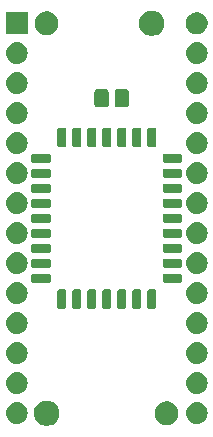
<source format=gts>
G04 #@! TF.GenerationSoftware,KiCad,Pcbnew,(5.1.2-1)-1*
G04 #@! TF.CreationDate,2019-06-26T00:29:29-04:00*
G04 #@! TF.ProjectId,GW28R8128,47573238-5238-4313-9238-2e6b69636164,rev?*
G04 #@! TF.SameCoordinates,Original*
G04 #@! TF.FileFunction,Soldermask,Top*
G04 #@! TF.FilePolarity,Negative*
%FSLAX46Y46*%
G04 Gerber Fmt 4.6, Leading zero omitted, Abs format (unit mm)*
G04 Created by KiCad (PCBNEW (5.1.2-1)-1) date 2019-06-26 00:29:29*
%MOMM*%
%LPD*%
G04 APERTURE LIST*
%ADD10C,0.100000*%
G04 APERTURE END LIST*
D10*
G36*
X43493916Y-52305158D02*
G01*
X43689772Y-52386284D01*
X43689774Y-52386285D01*
X43866037Y-52504060D01*
X44015940Y-52653963D01*
X44133715Y-52830226D01*
X44133716Y-52830228D01*
X44214842Y-53026084D01*
X44256200Y-53234004D01*
X44256200Y-53445996D01*
X44214842Y-53653916D01*
X44197344Y-53696159D01*
X44133717Y-53849771D01*
X44015940Y-54026037D01*
X43866037Y-54175940D01*
X43689774Y-54293715D01*
X43689773Y-54293716D01*
X43689772Y-54293716D01*
X43493916Y-54374842D01*
X43285996Y-54416200D01*
X43074004Y-54416200D01*
X42866084Y-54374842D01*
X42670228Y-54293716D01*
X42670227Y-54293716D01*
X42670226Y-54293715D01*
X42493963Y-54175940D01*
X42344060Y-54026037D01*
X42226283Y-53849771D01*
X42162656Y-53696159D01*
X42145158Y-53653916D01*
X42103800Y-53445996D01*
X42103800Y-53234004D01*
X42145158Y-53026084D01*
X42226284Y-52830228D01*
X42226285Y-52830226D01*
X42344060Y-52653963D01*
X42493963Y-52504060D01*
X42670226Y-52386285D01*
X42670228Y-52386284D01*
X42866084Y-52305158D01*
X43074004Y-52263800D01*
X43285996Y-52263800D01*
X43493916Y-52305158D01*
X43493916Y-52305158D01*
G37*
G36*
X53631689Y-52378429D02*
G01*
X53813678Y-52453811D01*
X53977463Y-52563249D01*
X54116751Y-52702537D01*
X54226189Y-52866322D01*
X54301571Y-53048311D01*
X54340000Y-53241509D01*
X54340000Y-53438491D01*
X54301571Y-53631689D01*
X54226189Y-53813678D01*
X54116751Y-53977463D01*
X53977463Y-54116751D01*
X53813678Y-54226189D01*
X53631689Y-54301571D01*
X53438491Y-54340000D01*
X53241509Y-54340000D01*
X53048311Y-54301571D01*
X52866322Y-54226189D01*
X52702537Y-54116751D01*
X52563249Y-53977463D01*
X52453811Y-53813678D01*
X52378429Y-53631689D01*
X52340000Y-53438491D01*
X52340000Y-53241509D01*
X52378429Y-53048311D01*
X52453811Y-52866322D01*
X52563249Y-52702537D01*
X52702537Y-52563249D01*
X52866322Y-52453811D01*
X53048311Y-52378429D01*
X53241509Y-52340000D01*
X53438491Y-52340000D01*
X53631689Y-52378429D01*
X53631689Y-52378429D01*
G37*
G36*
X56061567Y-52427201D02*
G01*
X56236159Y-52480163D01*
X56397057Y-52566165D01*
X56538091Y-52681909D01*
X56653835Y-52822943D01*
X56739837Y-52983841D01*
X56792799Y-53158433D01*
X56810681Y-53340000D01*
X56792799Y-53521567D01*
X56739837Y-53696159D01*
X56653835Y-53857057D01*
X56538091Y-53998091D01*
X56397057Y-54113835D01*
X56236159Y-54199837D01*
X56061567Y-54252799D01*
X55925500Y-54266200D01*
X55834500Y-54266200D01*
X55698433Y-54252799D01*
X55523841Y-54199837D01*
X55362943Y-54113835D01*
X55221909Y-53998091D01*
X55106165Y-53857057D01*
X55020163Y-53696159D01*
X54967201Y-53521567D01*
X54949319Y-53340000D01*
X54967201Y-53158433D01*
X55020163Y-52983841D01*
X55106165Y-52822943D01*
X55221909Y-52681909D01*
X55362943Y-52566165D01*
X55523841Y-52480163D01*
X55698433Y-52427201D01*
X55834500Y-52413800D01*
X55925500Y-52413800D01*
X56061567Y-52427201D01*
X56061567Y-52427201D01*
G37*
G36*
X40821567Y-52427201D02*
G01*
X40996159Y-52480163D01*
X41157057Y-52566165D01*
X41298091Y-52681909D01*
X41413835Y-52822943D01*
X41499837Y-52983841D01*
X41552799Y-53158433D01*
X41570681Y-53340000D01*
X41552799Y-53521567D01*
X41499837Y-53696159D01*
X41413835Y-53857057D01*
X41298091Y-53998091D01*
X41157057Y-54113835D01*
X40996159Y-54199837D01*
X40821567Y-54252799D01*
X40685500Y-54266200D01*
X40594500Y-54266200D01*
X40458433Y-54252799D01*
X40283841Y-54199837D01*
X40122943Y-54113835D01*
X39981909Y-53998091D01*
X39866165Y-53857057D01*
X39780163Y-53696159D01*
X39727201Y-53521567D01*
X39709319Y-53340000D01*
X39727201Y-53158433D01*
X39780163Y-52983841D01*
X39866165Y-52822943D01*
X39981909Y-52681909D01*
X40122943Y-52566165D01*
X40283841Y-52480163D01*
X40458433Y-52427201D01*
X40594500Y-52413800D01*
X40685500Y-52413800D01*
X40821567Y-52427201D01*
X40821567Y-52427201D01*
G37*
G36*
X56061567Y-49887201D02*
G01*
X56236159Y-49940163D01*
X56397057Y-50026165D01*
X56538091Y-50141909D01*
X56653835Y-50282943D01*
X56739837Y-50443841D01*
X56792799Y-50618433D01*
X56810681Y-50800000D01*
X56792799Y-50981567D01*
X56739837Y-51156159D01*
X56653835Y-51317057D01*
X56538091Y-51458091D01*
X56397057Y-51573835D01*
X56236159Y-51659837D01*
X56061567Y-51712799D01*
X55925500Y-51726200D01*
X55834500Y-51726200D01*
X55698433Y-51712799D01*
X55523841Y-51659837D01*
X55362943Y-51573835D01*
X55221909Y-51458091D01*
X55106165Y-51317057D01*
X55020163Y-51156159D01*
X54967201Y-50981567D01*
X54949319Y-50800000D01*
X54967201Y-50618433D01*
X55020163Y-50443841D01*
X55106165Y-50282943D01*
X55221909Y-50141909D01*
X55362943Y-50026165D01*
X55523841Y-49940163D01*
X55698433Y-49887201D01*
X55834500Y-49873800D01*
X55925500Y-49873800D01*
X56061567Y-49887201D01*
X56061567Y-49887201D01*
G37*
G36*
X40821567Y-49887201D02*
G01*
X40996159Y-49940163D01*
X41157057Y-50026165D01*
X41298091Y-50141909D01*
X41413835Y-50282943D01*
X41499837Y-50443841D01*
X41552799Y-50618433D01*
X41570681Y-50800000D01*
X41552799Y-50981567D01*
X41499837Y-51156159D01*
X41413835Y-51317057D01*
X41298091Y-51458091D01*
X41157057Y-51573835D01*
X40996159Y-51659837D01*
X40821567Y-51712799D01*
X40685500Y-51726200D01*
X40594500Y-51726200D01*
X40458433Y-51712799D01*
X40283841Y-51659837D01*
X40122943Y-51573835D01*
X39981909Y-51458091D01*
X39866165Y-51317057D01*
X39780163Y-51156159D01*
X39727201Y-50981567D01*
X39709319Y-50800000D01*
X39727201Y-50618433D01*
X39780163Y-50443841D01*
X39866165Y-50282943D01*
X39981909Y-50141909D01*
X40122943Y-50026165D01*
X40283841Y-49940163D01*
X40458433Y-49887201D01*
X40594500Y-49873800D01*
X40685500Y-49873800D01*
X40821567Y-49887201D01*
X40821567Y-49887201D01*
G37*
G36*
X56061567Y-47347201D02*
G01*
X56236159Y-47400163D01*
X56397057Y-47486165D01*
X56538091Y-47601909D01*
X56653835Y-47742943D01*
X56739837Y-47903841D01*
X56792799Y-48078433D01*
X56810681Y-48260000D01*
X56792799Y-48441567D01*
X56739837Y-48616159D01*
X56653835Y-48777057D01*
X56538091Y-48918091D01*
X56397057Y-49033835D01*
X56236159Y-49119837D01*
X56061567Y-49172799D01*
X55925500Y-49186200D01*
X55834500Y-49186200D01*
X55698433Y-49172799D01*
X55523841Y-49119837D01*
X55362943Y-49033835D01*
X55221909Y-48918091D01*
X55106165Y-48777057D01*
X55020163Y-48616159D01*
X54967201Y-48441567D01*
X54949319Y-48260000D01*
X54967201Y-48078433D01*
X55020163Y-47903841D01*
X55106165Y-47742943D01*
X55221909Y-47601909D01*
X55362943Y-47486165D01*
X55523841Y-47400163D01*
X55698433Y-47347201D01*
X55834500Y-47333800D01*
X55925500Y-47333800D01*
X56061567Y-47347201D01*
X56061567Y-47347201D01*
G37*
G36*
X40821567Y-47347201D02*
G01*
X40996159Y-47400163D01*
X41157057Y-47486165D01*
X41298091Y-47601909D01*
X41413835Y-47742943D01*
X41499837Y-47903841D01*
X41552799Y-48078433D01*
X41570681Y-48260000D01*
X41552799Y-48441567D01*
X41499837Y-48616159D01*
X41413835Y-48777057D01*
X41298091Y-48918091D01*
X41157057Y-49033835D01*
X40996159Y-49119837D01*
X40821567Y-49172799D01*
X40685500Y-49186200D01*
X40594500Y-49186200D01*
X40458433Y-49172799D01*
X40283841Y-49119837D01*
X40122943Y-49033835D01*
X39981909Y-48918091D01*
X39866165Y-48777057D01*
X39780163Y-48616159D01*
X39727201Y-48441567D01*
X39709319Y-48260000D01*
X39727201Y-48078433D01*
X39780163Y-47903841D01*
X39866165Y-47742943D01*
X39981909Y-47601909D01*
X40122943Y-47486165D01*
X40283841Y-47400163D01*
X40458433Y-47347201D01*
X40594500Y-47333800D01*
X40685500Y-47333800D01*
X40821567Y-47347201D01*
X40821567Y-47347201D01*
G37*
G36*
X56061567Y-44807201D02*
G01*
X56236159Y-44860163D01*
X56397057Y-44946165D01*
X56538091Y-45061909D01*
X56653835Y-45202943D01*
X56739837Y-45363841D01*
X56792799Y-45538433D01*
X56810681Y-45720000D01*
X56792799Y-45901567D01*
X56739837Y-46076159D01*
X56653835Y-46237057D01*
X56538091Y-46378091D01*
X56397057Y-46493835D01*
X56236159Y-46579837D01*
X56061567Y-46632799D01*
X55925500Y-46646200D01*
X55834500Y-46646200D01*
X55698433Y-46632799D01*
X55523841Y-46579837D01*
X55362943Y-46493835D01*
X55221909Y-46378091D01*
X55106165Y-46237057D01*
X55020163Y-46076159D01*
X54967201Y-45901567D01*
X54949319Y-45720000D01*
X54967201Y-45538433D01*
X55020163Y-45363841D01*
X55106165Y-45202943D01*
X55221909Y-45061909D01*
X55362943Y-44946165D01*
X55523841Y-44860163D01*
X55698433Y-44807201D01*
X55834500Y-44793800D01*
X55925500Y-44793800D01*
X56061567Y-44807201D01*
X56061567Y-44807201D01*
G37*
G36*
X40821567Y-44807201D02*
G01*
X40996159Y-44860163D01*
X41157057Y-44946165D01*
X41298091Y-45061909D01*
X41413835Y-45202943D01*
X41499837Y-45363841D01*
X41552799Y-45538433D01*
X41570681Y-45720000D01*
X41552799Y-45901567D01*
X41499837Y-46076159D01*
X41413835Y-46237057D01*
X41298091Y-46378091D01*
X41157057Y-46493835D01*
X40996159Y-46579837D01*
X40821567Y-46632799D01*
X40685500Y-46646200D01*
X40594500Y-46646200D01*
X40458433Y-46632799D01*
X40283841Y-46579837D01*
X40122943Y-46493835D01*
X39981909Y-46378091D01*
X39866165Y-46237057D01*
X39780163Y-46076159D01*
X39727201Y-45901567D01*
X39709319Y-45720000D01*
X39727201Y-45538433D01*
X39780163Y-45363841D01*
X39866165Y-45202943D01*
X39981909Y-45061909D01*
X40122943Y-44946165D01*
X40283841Y-44860163D01*
X40458433Y-44807201D01*
X40594500Y-44793800D01*
X40685500Y-44793800D01*
X40821567Y-44807201D01*
X40821567Y-44807201D01*
G37*
G36*
X48515391Y-42857043D02*
G01*
X48543461Y-42865558D01*
X48569329Y-42879385D01*
X48592005Y-42897995D01*
X48610615Y-42920671D01*
X48624442Y-42946539D01*
X48632957Y-42974609D01*
X48636200Y-43007542D01*
X48636200Y-44327458D01*
X48632957Y-44360391D01*
X48624442Y-44388461D01*
X48610615Y-44414329D01*
X48592005Y-44437005D01*
X48569329Y-44455615D01*
X48543461Y-44469442D01*
X48515391Y-44477957D01*
X48482458Y-44481200D01*
X48037542Y-44481200D01*
X48004609Y-44477957D01*
X47976539Y-44469442D01*
X47950671Y-44455615D01*
X47927995Y-44437005D01*
X47909385Y-44414329D01*
X47895558Y-44388461D01*
X47887043Y-44360391D01*
X47883800Y-44327458D01*
X47883800Y-43007542D01*
X47887043Y-42974609D01*
X47895558Y-42946539D01*
X47909385Y-42920671D01*
X47927995Y-42897995D01*
X47950671Y-42879385D01*
X47976539Y-42865558D01*
X48004609Y-42857043D01*
X48037542Y-42853800D01*
X48482458Y-42853800D01*
X48515391Y-42857043D01*
X48515391Y-42857043D01*
G37*
G36*
X47245391Y-42857043D02*
G01*
X47273461Y-42865558D01*
X47299329Y-42879385D01*
X47322005Y-42897995D01*
X47340615Y-42920671D01*
X47354442Y-42946539D01*
X47362957Y-42974609D01*
X47366200Y-43007542D01*
X47366200Y-44327458D01*
X47362957Y-44360391D01*
X47354442Y-44388461D01*
X47340615Y-44414329D01*
X47322005Y-44437005D01*
X47299329Y-44455615D01*
X47273461Y-44469442D01*
X47245391Y-44477957D01*
X47212458Y-44481200D01*
X46767542Y-44481200D01*
X46734609Y-44477957D01*
X46706539Y-44469442D01*
X46680671Y-44455615D01*
X46657995Y-44437005D01*
X46639385Y-44414329D01*
X46625558Y-44388461D01*
X46617043Y-44360391D01*
X46613800Y-44327458D01*
X46613800Y-43007542D01*
X46617043Y-42974609D01*
X46625558Y-42946539D01*
X46639385Y-42920671D01*
X46657995Y-42897995D01*
X46680671Y-42879385D01*
X46706539Y-42865558D01*
X46734609Y-42857043D01*
X46767542Y-42853800D01*
X47212458Y-42853800D01*
X47245391Y-42857043D01*
X47245391Y-42857043D01*
G37*
G36*
X45975391Y-42857043D02*
G01*
X46003461Y-42865558D01*
X46029329Y-42879385D01*
X46052005Y-42897995D01*
X46070615Y-42920671D01*
X46084442Y-42946539D01*
X46092957Y-42974609D01*
X46096200Y-43007542D01*
X46096200Y-44327458D01*
X46092957Y-44360391D01*
X46084442Y-44388461D01*
X46070615Y-44414329D01*
X46052005Y-44437005D01*
X46029329Y-44455615D01*
X46003461Y-44469442D01*
X45975391Y-44477957D01*
X45942458Y-44481200D01*
X45497542Y-44481200D01*
X45464609Y-44477957D01*
X45436539Y-44469442D01*
X45410671Y-44455615D01*
X45387995Y-44437005D01*
X45369385Y-44414329D01*
X45355558Y-44388461D01*
X45347043Y-44360391D01*
X45343800Y-44327458D01*
X45343800Y-43007542D01*
X45347043Y-42974609D01*
X45355558Y-42946539D01*
X45369385Y-42920671D01*
X45387995Y-42897995D01*
X45410671Y-42879385D01*
X45436539Y-42865558D01*
X45464609Y-42857043D01*
X45497542Y-42853800D01*
X45942458Y-42853800D01*
X45975391Y-42857043D01*
X45975391Y-42857043D01*
G37*
G36*
X44705391Y-42857043D02*
G01*
X44733461Y-42865558D01*
X44759329Y-42879385D01*
X44782005Y-42897995D01*
X44800615Y-42920671D01*
X44814442Y-42946539D01*
X44822957Y-42974609D01*
X44826200Y-43007542D01*
X44826200Y-44327458D01*
X44822957Y-44360391D01*
X44814442Y-44388461D01*
X44800615Y-44414329D01*
X44782005Y-44437005D01*
X44759329Y-44455615D01*
X44733461Y-44469442D01*
X44705391Y-44477957D01*
X44672458Y-44481200D01*
X44227542Y-44481200D01*
X44194609Y-44477957D01*
X44166539Y-44469442D01*
X44140671Y-44455615D01*
X44117995Y-44437005D01*
X44099385Y-44414329D01*
X44085558Y-44388461D01*
X44077043Y-44360391D01*
X44073800Y-44327458D01*
X44073800Y-43007542D01*
X44077043Y-42974609D01*
X44085558Y-42946539D01*
X44099385Y-42920671D01*
X44117995Y-42897995D01*
X44140671Y-42879385D01*
X44166539Y-42865558D01*
X44194609Y-42857043D01*
X44227542Y-42853800D01*
X44672458Y-42853800D01*
X44705391Y-42857043D01*
X44705391Y-42857043D01*
G37*
G36*
X49785391Y-42857043D02*
G01*
X49813461Y-42865558D01*
X49839329Y-42879385D01*
X49862005Y-42897995D01*
X49880615Y-42920671D01*
X49894442Y-42946539D01*
X49902957Y-42974609D01*
X49906200Y-43007542D01*
X49906200Y-44327458D01*
X49902957Y-44360391D01*
X49894442Y-44388461D01*
X49880615Y-44414329D01*
X49862005Y-44437005D01*
X49839329Y-44455615D01*
X49813461Y-44469442D01*
X49785391Y-44477957D01*
X49752458Y-44481200D01*
X49307542Y-44481200D01*
X49274609Y-44477957D01*
X49246539Y-44469442D01*
X49220671Y-44455615D01*
X49197995Y-44437005D01*
X49179385Y-44414329D01*
X49165558Y-44388461D01*
X49157043Y-44360391D01*
X49153800Y-44327458D01*
X49153800Y-43007542D01*
X49157043Y-42974609D01*
X49165558Y-42946539D01*
X49179385Y-42920671D01*
X49197995Y-42897995D01*
X49220671Y-42879385D01*
X49246539Y-42865558D01*
X49274609Y-42857043D01*
X49307542Y-42853800D01*
X49752458Y-42853800D01*
X49785391Y-42857043D01*
X49785391Y-42857043D01*
G37*
G36*
X52325391Y-42857043D02*
G01*
X52353461Y-42865558D01*
X52379329Y-42879385D01*
X52402005Y-42897995D01*
X52420615Y-42920671D01*
X52434442Y-42946539D01*
X52442957Y-42974609D01*
X52446200Y-43007542D01*
X52446200Y-44327458D01*
X52442957Y-44360391D01*
X52434442Y-44388461D01*
X52420615Y-44414329D01*
X52402005Y-44437005D01*
X52379329Y-44455615D01*
X52353461Y-44469442D01*
X52325391Y-44477957D01*
X52292458Y-44481200D01*
X51847542Y-44481200D01*
X51814609Y-44477957D01*
X51786539Y-44469442D01*
X51760671Y-44455615D01*
X51737995Y-44437005D01*
X51719385Y-44414329D01*
X51705558Y-44388461D01*
X51697043Y-44360391D01*
X51693800Y-44327458D01*
X51693800Y-43007542D01*
X51697043Y-42974609D01*
X51705558Y-42946539D01*
X51719385Y-42920671D01*
X51737995Y-42897995D01*
X51760671Y-42879385D01*
X51786539Y-42865558D01*
X51814609Y-42857043D01*
X51847542Y-42853800D01*
X52292458Y-42853800D01*
X52325391Y-42857043D01*
X52325391Y-42857043D01*
G37*
G36*
X51055391Y-42857043D02*
G01*
X51083461Y-42865558D01*
X51109329Y-42879385D01*
X51132005Y-42897995D01*
X51150615Y-42920671D01*
X51164442Y-42946539D01*
X51172957Y-42974609D01*
X51176200Y-43007542D01*
X51176200Y-44327458D01*
X51172957Y-44360391D01*
X51164442Y-44388461D01*
X51150615Y-44414329D01*
X51132005Y-44437005D01*
X51109329Y-44455615D01*
X51083461Y-44469442D01*
X51055391Y-44477957D01*
X51022458Y-44481200D01*
X50577542Y-44481200D01*
X50544609Y-44477957D01*
X50516539Y-44469442D01*
X50490671Y-44455615D01*
X50467995Y-44437005D01*
X50449385Y-44414329D01*
X50435558Y-44388461D01*
X50427043Y-44360391D01*
X50423800Y-44327458D01*
X50423800Y-43007542D01*
X50427043Y-42974609D01*
X50435558Y-42946539D01*
X50449385Y-42920671D01*
X50467995Y-42897995D01*
X50490671Y-42879385D01*
X50516539Y-42865558D01*
X50544609Y-42857043D01*
X50577542Y-42853800D01*
X51022458Y-42853800D01*
X51055391Y-42857043D01*
X51055391Y-42857043D01*
G37*
G36*
X56061567Y-42267201D02*
G01*
X56236159Y-42320163D01*
X56397057Y-42406165D01*
X56538091Y-42521909D01*
X56653835Y-42662943D01*
X56739837Y-42823841D01*
X56792799Y-42998433D01*
X56810681Y-43180000D01*
X56792799Y-43361567D01*
X56739837Y-43536159D01*
X56653835Y-43697057D01*
X56538091Y-43838091D01*
X56397057Y-43953835D01*
X56236159Y-44039837D01*
X56061567Y-44092799D01*
X55925500Y-44106200D01*
X55834500Y-44106200D01*
X55698433Y-44092799D01*
X55523841Y-44039837D01*
X55362943Y-43953835D01*
X55221909Y-43838091D01*
X55106165Y-43697057D01*
X55020163Y-43536159D01*
X54967201Y-43361567D01*
X54949319Y-43180000D01*
X54967201Y-42998433D01*
X55020163Y-42823841D01*
X55106165Y-42662943D01*
X55221909Y-42521909D01*
X55362943Y-42406165D01*
X55523841Y-42320163D01*
X55698433Y-42267201D01*
X55834500Y-42253800D01*
X55925500Y-42253800D01*
X56061567Y-42267201D01*
X56061567Y-42267201D01*
G37*
G36*
X40821567Y-42267201D02*
G01*
X40996159Y-42320163D01*
X41157057Y-42406165D01*
X41298091Y-42521909D01*
X41413835Y-42662943D01*
X41499837Y-42823841D01*
X41552799Y-42998433D01*
X41570681Y-43180000D01*
X41552799Y-43361567D01*
X41499837Y-43536159D01*
X41413835Y-43697057D01*
X41298091Y-43838091D01*
X41157057Y-43953835D01*
X40996159Y-44039837D01*
X40821567Y-44092799D01*
X40685500Y-44106200D01*
X40594500Y-44106200D01*
X40458433Y-44092799D01*
X40283841Y-44039837D01*
X40122943Y-43953835D01*
X39981909Y-43838091D01*
X39866165Y-43697057D01*
X39780163Y-43536159D01*
X39727201Y-43361567D01*
X39709319Y-43180000D01*
X39727201Y-42998433D01*
X39780163Y-42823841D01*
X39866165Y-42662943D01*
X39981909Y-42521909D01*
X40122943Y-42406165D01*
X40283841Y-42320163D01*
X40458433Y-42267201D01*
X40594500Y-42253800D01*
X40685500Y-42253800D01*
X40821567Y-42267201D01*
X40821567Y-42267201D01*
G37*
G36*
X54515391Y-41537043D02*
G01*
X54543461Y-41545558D01*
X54569329Y-41559385D01*
X54592005Y-41577995D01*
X54610615Y-41600671D01*
X54624442Y-41626539D01*
X54632957Y-41654609D01*
X54636200Y-41687542D01*
X54636200Y-42132458D01*
X54632957Y-42165391D01*
X54624442Y-42193461D01*
X54610615Y-42219329D01*
X54592005Y-42242005D01*
X54569329Y-42260615D01*
X54543461Y-42274442D01*
X54515391Y-42282957D01*
X54482458Y-42286200D01*
X53162542Y-42286200D01*
X53129609Y-42282957D01*
X53101539Y-42274442D01*
X53075671Y-42260615D01*
X53052995Y-42242005D01*
X53034385Y-42219329D01*
X53020558Y-42193461D01*
X53012043Y-42165391D01*
X53008800Y-42132458D01*
X53008800Y-41687542D01*
X53012043Y-41654609D01*
X53020558Y-41626539D01*
X53034385Y-41600671D01*
X53052995Y-41577995D01*
X53075671Y-41559385D01*
X53101539Y-41545558D01*
X53129609Y-41537043D01*
X53162542Y-41533800D01*
X54482458Y-41533800D01*
X54515391Y-41537043D01*
X54515391Y-41537043D01*
G37*
G36*
X43390391Y-41537043D02*
G01*
X43418461Y-41545558D01*
X43444329Y-41559385D01*
X43467005Y-41577995D01*
X43485615Y-41600671D01*
X43499442Y-41626539D01*
X43507957Y-41654609D01*
X43511200Y-41687542D01*
X43511200Y-42132458D01*
X43507957Y-42165391D01*
X43499442Y-42193461D01*
X43485615Y-42219329D01*
X43467005Y-42242005D01*
X43444329Y-42260615D01*
X43418461Y-42274442D01*
X43390391Y-42282957D01*
X43357458Y-42286200D01*
X42037542Y-42286200D01*
X42004609Y-42282957D01*
X41976539Y-42274442D01*
X41950671Y-42260615D01*
X41927995Y-42242005D01*
X41909385Y-42219329D01*
X41895558Y-42193461D01*
X41887043Y-42165391D01*
X41883800Y-42132458D01*
X41883800Y-41687542D01*
X41887043Y-41654609D01*
X41895558Y-41626539D01*
X41909385Y-41600671D01*
X41927995Y-41577995D01*
X41950671Y-41559385D01*
X41976539Y-41545558D01*
X42004609Y-41537043D01*
X42037542Y-41533800D01*
X43357458Y-41533800D01*
X43390391Y-41537043D01*
X43390391Y-41537043D01*
G37*
G36*
X40821567Y-39727201D02*
G01*
X40996159Y-39780163D01*
X41157057Y-39866165D01*
X41298091Y-39981909D01*
X41413835Y-40122943D01*
X41499837Y-40283841D01*
X41552799Y-40458433D01*
X41570681Y-40640000D01*
X41552799Y-40821567D01*
X41499837Y-40996159D01*
X41413835Y-41157057D01*
X41298091Y-41298091D01*
X41157057Y-41413835D01*
X40996159Y-41499837D01*
X40821567Y-41552799D01*
X40685500Y-41566200D01*
X40594500Y-41566200D01*
X40458433Y-41552799D01*
X40283841Y-41499837D01*
X40122943Y-41413835D01*
X39981909Y-41298091D01*
X39866165Y-41157057D01*
X39780163Y-40996159D01*
X39727201Y-40821567D01*
X39709319Y-40640000D01*
X39727201Y-40458433D01*
X39780163Y-40283841D01*
X39866165Y-40122943D01*
X39981909Y-39981909D01*
X40122943Y-39866165D01*
X40283841Y-39780163D01*
X40458433Y-39727201D01*
X40594500Y-39713800D01*
X40685500Y-39713800D01*
X40821567Y-39727201D01*
X40821567Y-39727201D01*
G37*
G36*
X56061567Y-39727201D02*
G01*
X56236159Y-39780163D01*
X56397057Y-39866165D01*
X56538091Y-39981909D01*
X56653835Y-40122943D01*
X56739837Y-40283841D01*
X56792799Y-40458433D01*
X56810681Y-40640000D01*
X56792799Y-40821567D01*
X56739837Y-40996159D01*
X56653835Y-41157057D01*
X56538091Y-41298091D01*
X56397057Y-41413835D01*
X56236159Y-41499837D01*
X56061567Y-41552799D01*
X55925500Y-41566200D01*
X55834500Y-41566200D01*
X55698433Y-41552799D01*
X55523841Y-41499837D01*
X55362943Y-41413835D01*
X55221909Y-41298091D01*
X55106165Y-41157057D01*
X55020163Y-40996159D01*
X54967201Y-40821567D01*
X54949319Y-40640000D01*
X54967201Y-40458433D01*
X55020163Y-40283841D01*
X55106165Y-40122943D01*
X55221909Y-39981909D01*
X55362943Y-39866165D01*
X55523841Y-39780163D01*
X55698433Y-39727201D01*
X55834500Y-39713800D01*
X55925500Y-39713800D01*
X56061567Y-39727201D01*
X56061567Y-39727201D01*
G37*
G36*
X43390391Y-40267043D02*
G01*
X43418461Y-40275558D01*
X43444329Y-40289385D01*
X43467005Y-40307995D01*
X43485615Y-40330671D01*
X43499442Y-40356539D01*
X43507957Y-40384609D01*
X43511200Y-40417542D01*
X43511200Y-40862458D01*
X43507957Y-40895391D01*
X43499442Y-40923461D01*
X43485615Y-40949329D01*
X43467005Y-40972005D01*
X43444329Y-40990615D01*
X43418461Y-41004442D01*
X43390391Y-41012957D01*
X43357458Y-41016200D01*
X42037542Y-41016200D01*
X42004609Y-41012957D01*
X41976539Y-41004442D01*
X41950671Y-40990615D01*
X41927995Y-40972005D01*
X41909385Y-40949329D01*
X41895558Y-40923461D01*
X41887043Y-40895391D01*
X41883800Y-40862458D01*
X41883800Y-40417542D01*
X41887043Y-40384609D01*
X41895558Y-40356539D01*
X41909385Y-40330671D01*
X41927995Y-40307995D01*
X41950671Y-40289385D01*
X41976539Y-40275558D01*
X42004609Y-40267043D01*
X42037542Y-40263800D01*
X43357458Y-40263800D01*
X43390391Y-40267043D01*
X43390391Y-40267043D01*
G37*
G36*
X54515391Y-40267043D02*
G01*
X54543461Y-40275558D01*
X54569329Y-40289385D01*
X54592005Y-40307995D01*
X54610615Y-40330671D01*
X54624442Y-40356539D01*
X54632957Y-40384609D01*
X54636200Y-40417542D01*
X54636200Y-40862458D01*
X54632957Y-40895391D01*
X54624442Y-40923461D01*
X54610615Y-40949329D01*
X54592005Y-40972005D01*
X54569329Y-40990615D01*
X54543461Y-41004442D01*
X54515391Y-41012957D01*
X54482458Y-41016200D01*
X53162542Y-41016200D01*
X53129609Y-41012957D01*
X53101539Y-41004442D01*
X53075671Y-40990615D01*
X53052995Y-40972005D01*
X53034385Y-40949329D01*
X53020558Y-40923461D01*
X53012043Y-40895391D01*
X53008800Y-40862458D01*
X53008800Y-40417542D01*
X53012043Y-40384609D01*
X53020558Y-40356539D01*
X53034385Y-40330671D01*
X53052995Y-40307995D01*
X53075671Y-40289385D01*
X53101539Y-40275558D01*
X53129609Y-40267043D01*
X53162542Y-40263800D01*
X54482458Y-40263800D01*
X54515391Y-40267043D01*
X54515391Y-40267043D01*
G37*
G36*
X43390391Y-38997043D02*
G01*
X43418461Y-39005558D01*
X43444329Y-39019385D01*
X43467005Y-39037995D01*
X43485615Y-39060671D01*
X43499442Y-39086539D01*
X43507957Y-39114609D01*
X43511200Y-39147542D01*
X43511200Y-39592458D01*
X43507957Y-39625391D01*
X43499442Y-39653461D01*
X43485615Y-39679329D01*
X43467005Y-39702005D01*
X43444329Y-39720615D01*
X43418461Y-39734442D01*
X43390391Y-39742957D01*
X43357458Y-39746200D01*
X42037542Y-39746200D01*
X42004609Y-39742957D01*
X41976539Y-39734442D01*
X41950671Y-39720615D01*
X41927995Y-39702005D01*
X41909385Y-39679329D01*
X41895558Y-39653461D01*
X41887043Y-39625391D01*
X41883800Y-39592458D01*
X41883800Y-39147542D01*
X41887043Y-39114609D01*
X41895558Y-39086539D01*
X41909385Y-39060671D01*
X41927995Y-39037995D01*
X41950671Y-39019385D01*
X41976539Y-39005558D01*
X42004609Y-38997043D01*
X42037542Y-38993800D01*
X43357458Y-38993800D01*
X43390391Y-38997043D01*
X43390391Y-38997043D01*
G37*
G36*
X54515391Y-38997043D02*
G01*
X54543461Y-39005558D01*
X54569329Y-39019385D01*
X54592005Y-39037995D01*
X54610615Y-39060671D01*
X54624442Y-39086539D01*
X54632957Y-39114609D01*
X54636200Y-39147542D01*
X54636200Y-39592458D01*
X54632957Y-39625391D01*
X54624442Y-39653461D01*
X54610615Y-39679329D01*
X54592005Y-39702005D01*
X54569329Y-39720615D01*
X54543461Y-39734442D01*
X54515391Y-39742957D01*
X54482458Y-39746200D01*
X53162542Y-39746200D01*
X53129609Y-39742957D01*
X53101539Y-39734442D01*
X53075671Y-39720615D01*
X53052995Y-39702005D01*
X53034385Y-39679329D01*
X53020558Y-39653461D01*
X53012043Y-39625391D01*
X53008800Y-39592458D01*
X53008800Y-39147542D01*
X53012043Y-39114609D01*
X53020558Y-39086539D01*
X53034385Y-39060671D01*
X53052995Y-39037995D01*
X53075671Y-39019385D01*
X53101539Y-39005558D01*
X53129609Y-38997043D01*
X53162542Y-38993800D01*
X54482458Y-38993800D01*
X54515391Y-38997043D01*
X54515391Y-38997043D01*
G37*
G36*
X40821567Y-37187201D02*
G01*
X40996159Y-37240163D01*
X41157057Y-37326165D01*
X41298091Y-37441909D01*
X41413835Y-37582943D01*
X41499837Y-37743841D01*
X41552799Y-37918433D01*
X41570681Y-38100000D01*
X41552799Y-38281567D01*
X41499837Y-38456159D01*
X41413835Y-38617057D01*
X41298091Y-38758091D01*
X41157057Y-38873835D01*
X40996159Y-38959837D01*
X40821567Y-39012799D01*
X40685500Y-39026200D01*
X40594500Y-39026200D01*
X40458433Y-39012799D01*
X40283841Y-38959837D01*
X40122943Y-38873835D01*
X39981909Y-38758091D01*
X39866165Y-38617057D01*
X39780163Y-38456159D01*
X39727201Y-38281567D01*
X39709319Y-38100000D01*
X39727201Y-37918433D01*
X39780163Y-37743841D01*
X39866165Y-37582943D01*
X39981909Y-37441909D01*
X40122943Y-37326165D01*
X40283841Y-37240163D01*
X40458433Y-37187201D01*
X40594500Y-37173800D01*
X40685500Y-37173800D01*
X40821567Y-37187201D01*
X40821567Y-37187201D01*
G37*
G36*
X56061567Y-37187201D02*
G01*
X56236159Y-37240163D01*
X56397057Y-37326165D01*
X56538091Y-37441909D01*
X56653835Y-37582943D01*
X56739837Y-37743841D01*
X56792799Y-37918433D01*
X56810681Y-38100000D01*
X56792799Y-38281567D01*
X56739837Y-38456159D01*
X56653835Y-38617057D01*
X56538091Y-38758091D01*
X56397057Y-38873835D01*
X56236159Y-38959837D01*
X56061567Y-39012799D01*
X55925500Y-39026200D01*
X55834500Y-39026200D01*
X55698433Y-39012799D01*
X55523841Y-38959837D01*
X55362943Y-38873835D01*
X55221909Y-38758091D01*
X55106165Y-38617057D01*
X55020163Y-38456159D01*
X54967201Y-38281567D01*
X54949319Y-38100000D01*
X54967201Y-37918433D01*
X55020163Y-37743841D01*
X55106165Y-37582943D01*
X55221909Y-37441909D01*
X55362943Y-37326165D01*
X55523841Y-37240163D01*
X55698433Y-37187201D01*
X55834500Y-37173800D01*
X55925500Y-37173800D01*
X56061567Y-37187201D01*
X56061567Y-37187201D01*
G37*
G36*
X54515391Y-37727043D02*
G01*
X54543461Y-37735558D01*
X54569329Y-37749385D01*
X54592005Y-37767995D01*
X54610615Y-37790671D01*
X54624442Y-37816539D01*
X54632957Y-37844609D01*
X54636200Y-37877542D01*
X54636200Y-38322458D01*
X54632957Y-38355391D01*
X54624442Y-38383461D01*
X54610615Y-38409329D01*
X54592005Y-38432005D01*
X54569329Y-38450615D01*
X54543461Y-38464442D01*
X54515391Y-38472957D01*
X54482458Y-38476200D01*
X53162542Y-38476200D01*
X53129609Y-38472957D01*
X53101539Y-38464442D01*
X53075671Y-38450615D01*
X53052995Y-38432005D01*
X53034385Y-38409329D01*
X53020558Y-38383461D01*
X53012043Y-38355391D01*
X53008800Y-38322458D01*
X53008800Y-37877542D01*
X53012043Y-37844609D01*
X53020558Y-37816539D01*
X53034385Y-37790671D01*
X53052995Y-37767995D01*
X53075671Y-37749385D01*
X53101539Y-37735558D01*
X53129609Y-37727043D01*
X53162542Y-37723800D01*
X54482458Y-37723800D01*
X54515391Y-37727043D01*
X54515391Y-37727043D01*
G37*
G36*
X43390391Y-37727043D02*
G01*
X43418461Y-37735558D01*
X43444329Y-37749385D01*
X43467005Y-37767995D01*
X43485615Y-37790671D01*
X43499442Y-37816539D01*
X43507957Y-37844609D01*
X43511200Y-37877542D01*
X43511200Y-38322458D01*
X43507957Y-38355391D01*
X43499442Y-38383461D01*
X43485615Y-38409329D01*
X43467005Y-38432005D01*
X43444329Y-38450615D01*
X43418461Y-38464442D01*
X43390391Y-38472957D01*
X43357458Y-38476200D01*
X42037542Y-38476200D01*
X42004609Y-38472957D01*
X41976539Y-38464442D01*
X41950671Y-38450615D01*
X41927995Y-38432005D01*
X41909385Y-38409329D01*
X41895558Y-38383461D01*
X41887043Y-38355391D01*
X41883800Y-38322458D01*
X41883800Y-37877542D01*
X41887043Y-37844609D01*
X41895558Y-37816539D01*
X41909385Y-37790671D01*
X41927995Y-37767995D01*
X41950671Y-37749385D01*
X41976539Y-37735558D01*
X42004609Y-37727043D01*
X42037542Y-37723800D01*
X43357458Y-37723800D01*
X43390391Y-37727043D01*
X43390391Y-37727043D01*
G37*
G36*
X54515391Y-36457043D02*
G01*
X54543461Y-36465558D01*
X54569329Y-36479385D01*
X54592005Y-36497995D01*
X54610615Y-36520671D01*
X54624442Y-36546539D01*
X54632957Y-36574609D01*
X54636200Y-36607542D01*
X54636200Y-37052458D01*
X54632957Y-37085391D01*
X54624442Y-37113461D01*
X54610615Y-37139329D01*
X54592005Y-37162005D01*
X54569329Y-37180615D01*
X54543461Y-37194442D01*
X54515391Y-37202957D01*
X54482458Y-37206200D01*
X53162542Y-37206200D01*
X53129609Y-37202957D01*
X53101539Y-37194442D01*
X53075671Y-37180615D01*
X53052995Y-37162005D01*
X53034385Y-37139329D01*
X53020558Y-37113461D01*
X53012043Y-37085391D01*
X53008800Y-37052458D01*
X53008800Y-36607542D01*
X53012043Y-36574609D01*
X53020558Y-36546539D01*
X53034385Y-36520671D01*
X53052995Y-36497995D01*
X53075671Y-36479385D01*
X53101539Y-36465558D01*
X53129609Y-36457043D01*
X53162542Y-36453800D01*
X54482458Y-36453800D01*
X54515391Y-36457043D01*
X54515391Y-36457043D01*
G37*
G36*
X43390391Y-36457043D02*
G01*
X43418461Y-36465558D01*
X43444329Y-36479385D01*
X43467005Y-36497995D01*
X43485615Y-36520671D01*
X43499442Y-36546539D01*
X43507957Y-36574609D01*
X43511200Y-36607542D01*
X43511200Y-37052458D01*
X43507957Y-37085391D01*
X43499442Y-37113461D01*
X43485615Y-37139329D01*
X43467005Y-37162005D01*
X43444329Y-37180615D01*
X43418461Y-37194442D01*
X43390391Y-37202957D01*
X43357458Y-37206200D01*
X42037542Y-37206200D01*
X42004609Y-37202957D01*
X41976539Y-37194442D01*
X41950671Y-37180615D01*
X41927995Y-37162005D01*
X41909385Y-37139329D01*
X41895558Y-37113461D01*
X41887043Y-37085391D01*
X41883800Y-37052458D01*
X41883800Y-36607542D01*
X41887043Y-36574609D01*
X41895558Y-36546539D01*
X41909385Y-36520671D01*
X41927995Y-36497995D01*
X41950671Y-36479385D01*
X41976539Y-36465558D01*
X42004609Y-36457043D01*
X42037542Y-36453800D01*
X43357458Y-36453800D01*
X43390391Y-36457043D01*
X43390391Y-36457043D01*
G37*
G36*
X40821567Y-34647201D02*
G01*
X40996159Y-34700163D01*
X41157057Y-34786165D01*
X41298091Y-34901909D01*
X41413835Y-35042943D01*
X41499837Y-35203841D01*
X41552799Y-35378433D01*
X41570681Y-35560000D01*
X41552799Y-35741567D01*
X41499837Y-35916159D01*
X41413835Y-36077057D01*
X41298091Y-36218091D01*
X41157057Y-36333835D01*
X40996159Y-36419837D01*
X40821567Y-36472799D01*
X40685500Y-36486200D01*
X40594500Y-36486200D01*
X40458433Y-36472799D01*
X40283841Y-36419837D01*
X40122943Y-36333835D01*
X39981909Y-36218091D01*
X39866165Y-36077057D01*
X39780163Y-35916159D01*
X39727201Y-35741567D01*
X39709319Y-35560000D01*
X39727201Y-35378433D01*
X39780163Y-35203841D01*
X39866165Y-35042943D01*
X39981909Y-34901909D01*
X40122943Y-34786165D01*
X40283841Y-34700163D01*
X40458433Y-34647201D01*
X40594500Y-34633800D01*
X40685500Y-34633800D01*
X40821567Y-34647201D01*
X40821567Y-34647201D01*
G37*
G36*
X56061567Y-34647201D02*
G01*
X56236159Y-34700163D01*
X56397057Y-34786165D01*
X56538091Y-34901909D01*
X56653835Y-35042943D01*
X56739837Y-35203841D01*
X56792799Y-35378433D01*
X56810681Y-35560000D01*
X56792799Y-35741567D01*
X56739837Y-35916159D01*
X56653835Y-36077057D01*
X56538091Y-36218091D01*
X56397057Y-36333835D01*
X56236159Y-36419837D01*
X56061567Y-36472799D01*
X55925500Y-36486200D01*
X55834500Y-36486200D01*
X55698433Y-36472799D01*
X55523841Y-36419837D01*
X55362943Y-36333835D01*
X55221909Y-36218091D01*
X55106165Y-36077057D01*
X55020163Y-35916159D01*
X54967201Y-35741567D01*
X54949319Y-35560000D01*
X54967201Y-35378433D01*
X55020163Y-35203841D01*
X55106165Y-35042943D01*
X55221909Y-34901909D01*
X55362943Y-34786165D01*
X55523841Y-34700163D01*
X55698433Y-34647201D01*
X55834500Y-34633800D01*
X55925500Y-34633800D01*
X56061567Y-34647201D01*
X56061567Y-34647201D01*
G37*
G36*
X54515391Y-35187043D02*
G01*
X54543461Y-35195558D01*
X54569329Y-35209385D01*
X54592005Y-35227995D01*
X54610615Y-35250671D01*
X54624442Y-35276539D01*
X54632957Y-35304609D01*
X54636200Y-35337542D01*
X54636200Y-35782458D01*
X54632957Y-35815391D01*
X54624442Y-35843461D01*
X54610615Y-35869329D01*
X54592005Y-35892005D01*
X54569329Y-35910615D01*
X54543461Y-35924442D01*
X54515391Y-35932957D01*
X54482458Y-35936200D01*
X53162542Y-35936200D01*
X53129609Y-35932957D01*
X53101539Y-35924442D01*
X53075671Y-35910615D01*
X53052995Y-35892005D01*
X53034385Y-35869329D01*
X53020558Y-35843461D01*
X53012043Y-35815391D01*
X53008800Y-35782458D01*
X53008800Y-35337542D01*
X53012043Y-35304609D01*
X53020558Y-35276539D01*
X53034385Y-35250671D01*
X53052995Y-35227995D01*
X53075671Y-35209385D01*
X53101539Y-35195558D01*
X53129609Y-35187043D01*
X53162542Y-35183800D01*
X54482458Y-35183800D01*
X54515391Y-35187043D01*
X54515391Y-35187043D01*
G37*
G36*
X43390391Y-35187043D02*
G01*
X43418461Y-35195558D01*
X43444329Y-35209385D01*
X43467005Y-35227995D01*
X43485615Y-35250671D01*
X43499442Y-35276539D01*
X43507957Y-35304609D01*
X43511200Y-35337542D01*
X43511200Y-35782458D01*
X43507957Y-35815391D01*
X43499442Y-35843461D01*
X43485615Y-35869329D01*
X43467005Y-35892005D01*
X43444329Y-35910615D01*
X43418461Y-35924442D01*
X43390391Y-35932957D01*
X43357458Y-35936200D01*
X42037542Y-35936200D01*
X42004609Y-35932957D01*
X41976539Y-35924442D01*
X41950671Y-35910615D01*
X41927995Y-35892005D01*
X41909385Y-35869329D01*
X41895558Y-35843461D01*
X41887043Y-35815391D01*
X41883800Y-35782458D01*
X41883800Y-35337542D01*
X41887043Y-35304609D01*
X41895558Y-35276539D01*
X41909385Y-35250671D01*
X41927995Y-35227995D01*
X41950671Y-35209385D01*
X41976539Y-35195558D01*
X42004609Y-35187043D01*
X42037542Y-35183800D01*
X43357458Y-35183800D01*
X43390391Y-35187043D01*
X43390391Y-35187043D01*
G37*
G36*
X54515391Y-33917043D02*
G01*
X54543461Y-33925558D01*
X54569329Y-33939385D01*
X54592005Y-33957995D01*
X54610615Y-33980671D01*
X54624442Y-34006539D01*
X54632957Y-34034609D01*
X54636200Y-34067542D01*
X54636200Y-34512458D01*
X54632957Y-34545391D01*
X54624442Y-34573461D01*
X54610615Y-34599329D01*
X54592005Y-34622005D01*
X54569329Y-34640615D01*
X54543461Y-34654442D01*
X54515391Y-34662957D01*
X54482458Y-34666200D01*
X53162542Y-34666200D01*
X53129609Y-34662957D01*
X53101539Y-34654442D01*
X53075671Y-34640615D01*
X53052995Y-34622005D01*
X53034385Y-34599329D01*
X53020558Y-34573461D01*
X53012043Y-34545391D01*
X53008800Y-34512458D01*
X53008800Y-34067542D01*
X53012043Y-34034609D01*
X53020558Y-34006539D01*
X53034385Y-33980671D01*
X53052995Y-33957995D01*
X53075671Y-33939385D01*
X53101539Y-33925558D01*
X53129609Y-33917043D01*
X53162542Y-33913800D01*
X54482458Y-33913800D01*
X54515391Y-33917043D01*
X54515391Y-33917043D01*
G37*
G36*
X43390391Y-33917043D02*
G01*
X43418461Y-33925558D01*
X43444329Y-33939385D01*
X43467005Y-33957995D01*
X43485615Y-33980671D01*
X43499442Y-34006539D01*
X43507957Y-34034609D01*
X43511200Y-34067542D01*
X43511200Y-34512458D01*
X43507957Y-34545391D01*
X43499442Y-34573461D01*
X43485615Y-34599329D01*
X43467005Y-34622005D01*
X43444329Y-34640615D01*
X43418461Y-34654442D01*
X43390391Y-34662957D01*
X43357458Y-34666200D01*
X42037542Y-34666200D01*
X42004609Y-34662957D01*
X41976539Y-34654442D01*
X41950671Y-34640615D01*
X41927995Y-34622005D01*
X41909385Y-34599329D01*
X41895558Y-34573461D01*
X41887043Y-34545391D01*
X41883800Y-34512458D01*
X41883800Y-34067542D01*
X41887043Y-34034609D01*
X41895558Y-34006539D01*
X41909385Y-33980671D01*
X41927995Y-33957995D01*
X41950671Y-33939385D01*
X41976539Y-33925558D01*
X42004609Y-33917043D01*
X42037542Y-33913800D01*
X43357458Y-33913800D01*
X43390391Y-33917043D01*
X43390391Y-33917043D01*
G37*
G36*
X56061567Y-32107201D02*
G01*
X56236159Y-32160163D01*
X56397057Y-32246165D01*
X56538091Y-32361909D01*
X56653835Y-32502943D01*
X56739837Y-32663841D01*
X56792799Y-32838433D01*
X56810681Y-33020000D01*
X56792799Y-33201567D01*
X56739837Y-33376159D01*
X56653835Y-33537057D01*
X56538091Y-33678091D01*
X56397057Y-33793835D01*
X56236159Y-33879837D01*
X56061567Y-33932799D01*
X55925500Y-33946200D01*
X55834500Y-33946200D01*
X55698433Y-33932799D01*
X55523841Y-33879837D01*
X55362943Y-33793835D01*
X55221909Y-33678091D01*
X55106165Y-33537057D01*
X55020163Y-33376159D01*
X54967201Y-33201567D01*
X54949319Y-33020000D01*
X54967201Y-32838433D01*
X55020163Y-32663841D01*
X55106165Y-32502943D01*
X55221909Y-32361909D01*
X55362943Y-32246165D01*
X55523841Y-32160163D01*
X55698433Y-32107201D01*
X55834500Y-32093800D01*
X55925500Y-32093800D01*
X56061567Y-32107201D01*
X56061567Y-32107201D01*
G37*
G36*
X40821567Y-32107201D02*
G01*
X40996159Y-32160163D01*
X41157057Y-32246165D01*
X41298091Y-32361909D01*
X41413835Y-32502943D01*
X41499837Y-32663841D01*
X41552799Y-32838433D01*
X41570681Y-33020000D01*
X41552799Y-33201567D01*
X41499837Y-33376159D01*
X41413835Y-33537057D01*
X41298091Y-33678091D01*
X41157057Y-33793835D01*
X40996159Y-33879837D01*
X40821567Y-33932799D01*
X40685500Y-33946200D01*
X40594500Y-33946200D01*
X40458433Y-33932799D01*
X40283841Y-33879837D01*
X40122943Y-33793835D01*
X39981909Y-33678091D01*
X39866165Y-33537057D01*
X39780163Y-33376159D01*
X39727201Y-33201567D01*
X39709319Y-33020000D01*
X39727201Y-32838433D01*
X39780163Y-32663841D01*
X39866165Y-32502943D01*
X39981909Y-32361909D01*
X40122943Y-32246165D01*
X40283841Y-32160163D01*
X40458433Y-32107201D01*
X40594500Y-32093800D01*
X40685500Y-32093800D01*
X40821567Y-32107201D01*
X40821567Y-32107201D01*
G37*
G36*
X43390391Y-32647043D02*
G01*
X43418461Y-32655558D01*
X43444329Y-32669385D01*
X43467005Y-32687995D01*
X43485615Y-32710671D01*
X43499442Y-32736539D01*
X43507957Y-32764609D01*
X43511200Y-32797542D01*
X43511200Y-33242458D01*
X43507957Y-33275391D01*
X43499442Y-33303461D01*
X43485615Y-33329329D01*
X43467005Y-33352005D01*
X43444329Y-33370615D01*
X43418461Y-33384442D01*
X43390391Y-33392957D01*
X43357458Y-33396200D01*
X42037542Y-33396200D01*
X42004609Y-33392957D01*
X41976539Y-33384442D01*
X41950671Y-33370615D01*
X41927995Y-33352005D01*
X41909385Y-33329329D01*
X41895558Y-33303461D01*
X41887043Y-33275391D01*
X41883800Y-33242458D01*
X41883800Y-32797542D01*
X41887043Y-32764609D01*
X41895558Y-32736539D01*
X41909385Y-32710671D01*
X41927995Y-32687995D01*
X41950671Y-32669385D01*
X41976539Y-32655558D01*
X42004609Y-32647043D01*
X42037542Y-32643800D01*
X43357458Y-32643800D01*
X43390391Y-32647043D01*
X43390391Y-32647043D01*
G37*
G36*
X54515391Y-32647043D02*
G01*
X54543461Y-32655558D01*
X54569329Y-32669385D01*
X54592005Y-32687995D01*
X54610615Y-32710671D01*
X54624442Y-32736539D01*
X54632957Y-32764609D01*
X54636200Y-32797542D01*
X54636200Y-33242458D01*
X54632957Y-33275391D01*
X54624442Y-33303461D01*
X54610615Y-33329329D01*
X54592005Y-33352005D01*
X54569329Y-33370615D01*
X54543461Y-33384442D01*
X54515391Y-33392957D01*
X54482458Y-33396200D01*
X53162542Y-33396200D01*
X53129609Y-33392957D01*
X53101539Y-33384442D01*
X53075671Y-33370615D01*
X53052995Y-33352005D01*
X53034385Y-33329329D01*
X53020558Y-33303461D01*
X53012043Y-33275391D01*
X53008800Y-33242458D01*
X53008800Y-32797542D01*
X53012043Y-32764609D01*
X53020558Y-32736539D01*
X53034385Y-32710671D01*
X53052995Y-32687995D01*
X53075671Y-32669385D01*
X53101539Y-32655558D01*
X53129609Y-32647043D01*
X53162542Y-32643800D01*
X54482458Y-32643800D01*
X54515391Y-32647043D01*
X54515391Y-32647043D01*
G37*
G36*
X43390391Y-31377043D02*
G01*
X43418461Y-31385558D01*
X43444329Y-31399385D01*
X43467005Y-31417995D01*
X43485615Y-31440671D01*
X43499442Y-31466539D01*
X43507957Y-31494609D01*
X43511200Y-31527542D01*
X43511200Y-31972458D01*
X43507957Y-32005391D01*
X43499442Y-32033461D01*
X43485615Y-32059329D01*
X43467005Y-32082005D01*
X43444329Y-32100615D01*
X43418461Y-32114442D01*
X43390391Y-32122957D01*
X43357458Y-32126200D01*
X42037542Y-32126200D01*
X42004609Y-32122957D01*
X41976539Y-32114442D01*
X41950671Y-32100615D01*
X41927995Y-32082005D01*
X41909385Y-32059329D01*
X41895558Y-32033461D01*
X41887043Y-32005391D01*
X41883800Y-31972458D01*
X41883800Y-31527542D01*
X41887043Y-31494609D01*
X41895558Y-31466539D01*
X41909385Y-31440671D01*
X41927995Y-31417995D01*
X41950671Y-31399385D01*
X41976539Y-31385558D01*
X42004609Y-31377043D01*
X42037542Y-31373800D01*
X43357458Y-31373800D01*
X43390391Y-31377043D01*
X43390391Y-31377043D01*
G37*
G36*
X54515391Y-31377043D02*
G01*
X54543461Y-31385558D01*
X54569329Y-31399385D01*
X54592005Y-31417995D01*
X54610615Y-31440671D01*
X54624442Y-31466539D01*
X54632957Y-31494609D01*
X54636200Y-31527542D01*
X54636200Y-31972458D01*
X54632957Y-32005391D01*
X54624442Y-32033461D01*
X54610615Y-32059329D01*
X54592005Y-32082005D01*
X54569329Y-32100615D01*
X54543461Y-32114442D01*
X54515391Y-32122957D01*
X54482458Y-32126200D01*
X53162542Y-32126200D01*
X53129609Y-32122957D01*
X53101539Y-32114442D01*
X53075671Y-32100615D01*
X53052995Y-32082005D01*
X53034385Y-32059329D01*
X53020558Y-32033461D01*
X53012043Y-32005391D01*
X53008800Y-31972458D01*
X53008800Y-31527542D01*
X53012043Y-31494609D01*
X53020558Y-31466539D01*
X53034385Y-31440671D01*
X53052995Y-31417995D01*
X53075671Y-31399385D01*
X53101539Y-31385558D01*
X53129609Y-31377043D01*
X53162542Y-31373800D01*
X54482458Y-31373800D01*
X54515391Y-31377043D01*
X54515391Y-31377043D01*
G37*
G36*
X56061567Y-29567201D02*
G01*
X56236159Y-29620163D01*
X56397057Y-29706165D01*
X56538091Y-29821909D01*
X56653835Y-29962943D01*
X56739837Y-30123841D01*
X56792799Y-30298433D01*
X56810681Y-30480000D01*
X56792799Y-30661567D01*
X56739837Y-30836159D01*
X56653835Y-30997057D01*
X56538091Y-31138091D01*
X56397057Y-31253835D01*
X56236159Y-31339837D01*
X56061567Y-31392799D01*
X55925500Y-31406200D01*
X55834500Y-31406200D01*
X55698433Y-31392799D01*
X55523841Y-31339837D01*
X55362943Y-31253835D01*
X55221909Y-31138091D01*
X55106165Y-30997057D01*
X55020163Y-30836159D01*
X54967201Y-30661567D01*
X54949319Y-30480000D01*
X54967201Y-30298433D01*
X55020163Y-30123841D01*
X55106165Y-29962943D01*
X55221909Y-29821909D01*
X55362943Y-29706165D01*
X55523841Y-29620163D01*
X55698433Y-29567201D01*
X55834500Y-29553800D01*
X55925500Y-29553800D01*
X56061567Y-29567201D01*
X56061567Y-29567201D01*
G37*
G36*
X40821567Y-29567201D02*
G01*
X40996159Y-29620163D01*
X41157057Y-29706165D01*
X41298091Y-29821909D01*
X41413835Y-29962943D01*
X41499837Y-30123841D01*
X41552799Y-30298433D01*
X41570681Y-30480000D01*
X41552799Y-30661567D01*
X41499837Y-30836159D01*
X41413835Y-30997057D01*
X41298091Y-31138091D01*
X41157057Y-31253835D01*
X40996159Y-31339837D01*
X40821567Y-31392799D01*
X40685500Y-31406200D01*
X40594500Y-31406200D01*
X40458433Y-31392799D01*
X40283841Y-31339837D01*
X40122943Y-31253835D01*
X39981909Y-31138091D01*
X39866165Y-30997057D01*
X39780163Y-30836159D01*
X39727201Y-30661567D01*
X39709319Y-30480000D01*
X39727201Y-30298433D01*
X39780163Y-30123841D01*
X39866165Y-29962943D01*
X39981909Y-29821909D01*
X40122943Y-29706165D01*
X40283841Y-29620163D01*
X40458433Y-29567201D01*
X40594500Y-29553800D01*
X40685500Y-29553800D01*
X40821567Y-29567201D01*
X40821567Y-29567201D01*
G37*
G36*
X49785391Y-29182043D02*
G01*
X49813461Y-29190558D01*
X49839329Y-29204385D01*
X49862005Y-29222995D01*
X49880615Y-29245671D01*
X49894442Y-29271539D01*
X49902957Y-29299609D01*
X49906200Y-29332542D01*
X49906200Y-30652458D01*
X49902957Y-30685391D01*
X49894442Y-30713461D01*
X49880615Y-30739329D01*
X49862005Y-30762005D01*
X49839329Y-30780615D01*
X49813461Y-30794442D01*
X49785391Y-30802957D01*
X49752458Y-30806200D01*
X49307542Y-30806200D01*
X49274609Y-30802957D01*
X49246539Y-30794442D01*
X49220671Y-30780615D01*
X49197995Y-30762005D01*
X49179385Y-30739329D01*
X49165558Y-30713461D01*
X49157043Y-30685391D01*
X49153800Y-30652458D01*
X49153800Y-29332542D01*
X49157043Y-29299609D01*
X49165558Y-29271539D01*
X49179385Y-29245671D01*
X49197995Y-29222995D01*
X49220671Y-29204385D01*
X49246539Y-29190558D01*
X49274609Y-29182043D01*
X49307542Y-29178800D01*
X49752458Y-29178800D01*
X49785391Y-29182043D01*
X49785391Y-29182043D01*
G37*
G36*
X51055391Y-29182043D02*
G01*
X51083461Y-29190558D01*
X51109329Y-29204385D01*
X51132005Y-29222995D01*
X51150615Y-29245671D01*
X51164442Y-29271539D01*
X51172957Y-29299609D01*
X51176200Y-29332542D01*
X51176200Y-30652458D01*
X51172957Y-30685391D01*
X51164442Y-30713461D01*
X51150615Y-30739329D01*
X51132005Y-30762005D01*
X51109329Y-30780615D01*
X51083461Y-30794442D01*
X51055391Y-30802957D01*
X51022458Y-30806200D01*
X50577542Y-30806200D01*
X50544609Y-30802957D01*
X50516539Y-30794442D01*
X50490671Y-30780615D01*
X50467995Y-30762005D01*
X50449385Y-30739329D01*
X50435558Y-30713461D01*
X50427043Y-30685391D01*
X50423800Y-30652458D01*
X50423800Y-29332542D01*
X50427043Y-29299609D01*
X50435558Y-29271539D01*
X50449385Y-29245671D01*
X50467995Y-29222995D01*
X50490671Y-29204385D01*
X50516539Y-29190558D01*
X50544609Y-29182043D01*
X50577542Y-29178800D01*
X51022458Y-29178800D01*
X51055391Y-29182043D01*
X51055391Y-29182043D01*
G37*
G36*
X52325391Y-29182043D02*
G01*
X52353461Y-29190558D01*
X52379329Y-29204385D01*
X52402005Y-29222995D01*
X52420615Y-29245671D01*
X52434442Y-29271539D01*
X52442957Y-29299609D01*
X52446200Y-29332542D01*
X52446200Y-30652458D01*
X52442957Y-30685391D01*
X52434442Y-30713461D01*
X52420615Y-30739329D01*
X52402005Y-30762005D01*
X52379329Y-30780615D01*
X52353461Y-30794442D01*
X52325391Y-30802957D01*
X52292458Y-30806200D01*
X51847542Y-30806200D01*
X51814609Y-30802957D01*
X51786539Y-30794442D01*
X51760671Y-30780615D01*
X51737995Y-30762005D01*
X51719385Y-30739329D01*
X51705558Y-30713461D01*
X51697043Y-30685391D01*
X51693800Y-30652458D01*
X51693800Y-29332542D01*
X51697043Y-29299609D01*
X51705558Y-29271539D01*
X51719385Y-29245671D01*
X51737995Y-29222995D01*
X51760671Y-29204385D01*
X51786539Y-29190558D01*
X51814609Y-29182043D01*
X51847542Y-29178800D01*
X52292458Y-29178800D01*
X52325391Y-29182043D01*
X52325391Y-29182043D01*
G37*
G36*
X48515391Y-29182043D02*
G01*
X48543461Y-29190558D01*
X48569329Y-29204385D01*
X48592005Y-29222995D01*
X48610615Y-29245671D01*
X48624442Y-29271539D01*
X48632957Y-29299609D01*
X48636200Y-29332542D01*
X48636200Y-30652458D01*
X48632957Y-30685391D01*
X48624442Y-30713461D01*
X48610615Y-30739329D01*
X48592005Y-30762005D01*
X48569329Y-30780615D01*
X48543461Y-30794442D01*
X48515391Y-30802957D01*
X48482458Y-30806200D01*
X48037542Y-30806200D01*
X48004609Y-30802957D01*
X47976539Y-30794442D01*
X47950671Y-30780615D01*
X47927995Y-30762005D01*
X47909385Y-30739329D01*
X47895558Y-30713461D01*
X47887043Y-30685391D01*
X47883800Y-30652458D01*
X47883800Y-29332542D01*
X47887043Y-29299609D01*
X47895558Y-29271539D01*
X47909385Y-29245671D01*
X47927995Y-29222995D01*
X47950671Y-29204385D01*
X47976539Y-29190558D01*
X48004609Y-29182043D01*
X48037542Y-29178800D01*
X48482458Y-29178800D01*
X48515391Y-29182043D01*
X48515391Y-29182043D01*
G37*
G36*
X47245391Y-29182043D02*
G01*
X47273461Y-29190558D01*
X47299329Y-29204385D01*
X47322005Y-29222995D01*
X47340615Y-29245671D01*
X47354442Y-29271539D01*
X47362957Y-29299609D01*
X47366200Y-29332542D01*
X47366200Y-30652458D01*
X47362957Y-30685391D01*
X47354442Y-30713461D01*
X47340615Y-30739329D01*
X47322005Y-30762005D01*
X47299329Y-30780615D01*
X47273461Y-30794442D01*
X47245391Y-30802957D01*
X47212458Y-30806200D01*
X46767542Y-30806200D01*
X46734609Y-30802957D01*
X46706539Y-30794442D01*
X46680671Y-30780615D01*
X46657995Y-30762005D01*
X46639385Y-30739329D01*
X46625558Y-30713461D01*
X46617043Y-30685391D01*
X46613800Y-30652458D01*
X46613800Y-29332542D01*
X46617043Y-29299609D01*
X46625558Y-29271539D01*
X46639385Y-29245671D01*
X46657995Y-29222995D01*
X46680671Y-29204385D01*
X46706539Y-29190558D01*
X46734609Y-29182043D01*
X46767542Y-29178800D01*
X47212458Y-29178800D01*
X47245391Y-29182043D01*
X47245391Y-29182043D01*
G37*
G36*
X45975391Y-29182043D02*
G01*
X46003461Y-29190558D01*
X46029329Y-29204385D01*
X46052005Y-29222995D01*
X46070615Y-29245671D01*
X46084442Y-29271539D01*
X46092957Y-29299609D01*
X46096200Y-29332542D01*
X46096200Y-30652458D01*
X46092957Y-30685391D01*
X46084442Y-30713461D01*
X46070615Y-30739329D01*
X46052005Y-30762005D01*
X46029329Y-30780615D01*
X46003461Y-30794442D01*
X45975391Y-30802957D01*
X45942458Y-30806200D01*
X45497542Y-30806200D01*
X45464609Y-30802957D01*
X45436539Y-30794442D01*
X45410671Y-30780615D01*
X45387995Y-30762005D01*
X45369385Y-30739329D01*
X45355558Y-30713461D01*
X45347043Y-30685391D01*
X45343800Y-30652458D01*
X45343800Y-29332542D01*
X45347043Y-29299609D01*
X45355558Y-29271539D01*
X45369385Y-29245671D01*
X45387995Y-29222995D01*
X45410671Y-29204385D01*
X45436539Y-29190558D01*
X45464609Y-29182043D01*
X45497542Y-29178800D01*
X45942458Y-29178800D01*
X45975391Y-29182043D01*
X45975391Y-29182043D01*
G37*
G36*
X44705391Y-29182043D02*
G01*
X44733461Y-29190558D01*
X44759329Y-29204385D01*
X44782005Y-29222995D01*
X44800615Y-29245671D01*
X44814442Y-29271539D01*
X44822957Y-29299609D01*
X44826200Y-29332542D01*
X44826200Y-30652458D01*
X44822957Y-30685391D01*
X44814442Y-30713461D01*
X44800615Y-30739329D01*
X44782005Y-30762005D01*
X44759329Y-30780615D01*
X44733461Y-30794442D01*
X44705391Y-30802957D01*
X44672458Y-30806200D01*
X44227542Y-30806200D01*
X44194609Y-30802957D01*
X44166539Y-30794442D01*
X44140671Y-30780615D01*
X44117995Y-30762005D01*
X44099385Y-30739329D01*
X44085558Y-30713461D01*
X44077043Y-30685391D01*
X44073800Y-30652458D01*
X44073800Y-29332542D01*
X44077043Y-29299609D01*
X44085558Y-29271539D01*
X44099385Y-29245671D01*
X44117995Y-29222995D01*
X44140671Y-29204385D01*
X44166539Y-29190558D01*
X44194609Y-29182043D01*
X44227542Y-29178800D01*
X44672458Y-29178800D01*
X44705391Y-29182043D01*
X44705391Y-29182043D01*
G37*
G36*
X56061567Y-27027201D02*
G01*
X56236159Y-27080163D01*
X56397057Y-27166165D01*
X56538091Y-27281909D01*
X56653835Y-27422943D01*
X56739837Y-27583841D01*
X56792799Y-27758433D01*
X56810681Y-27940000D01*
X56792799Y-28121567D01*
X56739837Y-28296159D01*
X56653835Y-28457057D01*
X56538091Y-28598091D01*
X56397057Y-28713835D01*
X56236159Y-28799837D01*
X56061567Y-28852799D01*
X55925500Y-28866200D01*
X55834500Y-28866200D01*
X55698433Y-28852799D01*
X55523841Y-28799837D01*
X55362943Y-28713835D01*
X55221909Y-28598091D01*
X55106165Y-28457057D01*
X55020163Y-28296159D01*
X54967201Y-28121567D01*
X54949319Y-27940000D01*
X54967201Y-27758433D01*
X55020163Y-27583841D01*
X55106165Y-27422943D01*
X55221909Y-27281909D01*
X55362943Y-27166165D01*
X55523841Y-27080163D01*
X55698433Y-27027201D01*
X55834500Y-27013800D01*
X55925500Y-27013800D01*
X56061567Y-27027201D01*
X56061567Y-27027201D01*
G37*
G36*
X40821567Y-27027201D02*
G01*
X40996159Y-27080163D01*
X41157057Y-27166165D01*
X41298091Y-27281909D01*
X41413835Y-27422943D01*
X41499837Y-27583841D01*
X41552799Y-27758433D01*
X41570681Y-27940000D01*
X41552799Y-28121567D01*
X41499837Y-28296159D01*
X41413835Y-28457057D01*
X41298091Y-28598091D01*
X41157057Y-28713835D01*
X40996159Y-28799837D01*
X40821567Y-28852799D01*
X40685500Y-28866200D01*
X40594500Y-28866200D01*
X40458433Y-28852799D01*
X40283841Y-28799837D01*
X40122943Y-28713835D01*
X39981909Y-28598091D01*
X39866165Y-28457057D01*
X39780163Y-28296159D01*
X39727201Y-28121567D01*
X39709319Y-27940000D01*
X39727201Y-27758433D01*
X39780163Y-27583841D01*
X39866165Y-27422943D01*
X39981909Y-27281909D01*
X40122943Y-27166165D01*
X40283841Y-27080163D01*
X40458433Y-27027201D01*
X40594500Y-27013800D01*
X40685500Y-27013800D01*
X40821567Y-27027201D01*
X40821567Y-27027201D01*
G37*
G36*
X48219838Y-25899205D02*
G01*
X48269012Y-25914122D01*
X48314334Y-25938347D01*
X48354054Y-25970946D01*
X48386653Y-26010666D01*
X48410878Y-26055988D01*
X48425795Y-26105162D01*
X48431200Y-26160043D01*
X48431200Y-27179957D01*
X48425795Y-27234838D01*
X48410878Y-27284012D01*
X48386653Y-27329334D01*
X48354054Y-27369054D01*
X48314334Y-27401653D01*
X48269012Y-27425878D01*
X48219838Y-27440795D01*
X48164957Y-27446200D01*
X47495043Y-27446200D01*
X47440162Y-27440795D01*
X47390988Y-27425878D01*
X47345666Y-27401653D01*
X47305946Y-27369054D01*
X47273347Y-27329334D01*
X47249122Y-27284012D01*
X47234205Y-27234838D01*
X47228800Y-27179957D01*
X47228800Y-26160043D01*
X47234205Y-26105162D01*
X47249122Y-26055988D01*
X47273347Y-26010666D01*
X47305946Y-25970946D01*
X47345666Y-25938347D01*
X47390988Y-25914122D01*
X47440162Y-25899205D01*
X47495043Y-25893800D01*
X48164957Y-25893800D01*
X48219838Y-25899205D01*
X48219838Y-25899205D01*
G37*
G36*
X49919838Y-25899205D02*
G01*
X49969012Y-25914122D01*
X50014334Y-25938347D01*
X50054054Y-25970946D01*
X50086653Y-26010666D01*
X50110878Y-26055988D01*
X50125795Y-26105162D01*
X50131200Y-26160043D01*
X50131200Y-27179957D01*
X50125795Y-27234838D01*
X50110878Y-27284012D01*
X50086653Y-27329334D01*
X50054054Y-27369054D01*
X50014334Y-27401653D01*
X49969012Y-27425878D01*
X49919838Y-27440795D01*
X49864957Y-27446200D01*
X49195043Y-27446200D01*
X49140162Y-27440795D01*
X49090988Y-27425878D01*
X49045666Y-27401653D01*
X49005946Y-27369054D01*
X48973347Y-27329334D01*
X48949122Y-27284012D01*
X48934205Y-27234838D01*
X48928800Y-27179957D01*
X48928800Y-26160043D01*
X48934205Y-26105162D01*
X48949122Y-26055988D01*
X48973347Y-26010666D01*
X49005946Y-25970946D01*
X49045666Y-25938347D01*
X49090988Y-25914122D01*
X49140162Y-25899205D01*
X49195043Y-25893800D01*
X49864957Y-25893800D01*
X49919838Y-25899205D01*
X49919838Y-25899205D01*
G37*
G36*
X40821567Y-24487201D02*
G01*
X40996159Y-24540163D01*
X41157057Y-24626165D01*
X41298091Y-24741909D01*
X41413835Y-24882943D01*
X41499837Y-25043841D01*
X41552799Y-25218433D01*
X41570681Y-25400000D01*
X41552799Y-25581567D01*
X41499837Y-25756159D01*
X41413835Y-25917057D01*
X41298091Y-26058091D01*
X41157057Y-26173835D01*
X40996159Y-26259837D01*
X40821567Y-26312799D01*
X40685500Y-26326200D01*
X40594500Y-26326200D01*
X40458433Y-26312799D01*
X40283841Y-26259837D01*
X40122943Y-26173835D01*
X39981909Y-26058091D01*
X39866165Y-25917057D01*
X39780163Y-25756159D01*
X39727201Y-25581567D01*
X39709319Y-25400000D01*
X39727201Y-25218433D01*
X39780163Y-25043841D01*
X39866165Y-24882943D01*
X39981909Y-24741909D01*
X40122943Y-24626165D01*
X40283841Y-24540163D01*
X40458433Y-24487201D01*
X40594500Y-24473800D01*
X40685500Y-24473800D01*
X40821567Y-24487201D01*
X40821567Y-24487201D01*
G37*
G36*
X56061567Y-24487201D02*
G01*
X56236159Y-24540163D01*
X56397057Y-24626165D01*
X56538091Y-24741909D01*
X56653835Y-24882943D01*
X56739837Y-25043841D01*
X56792799Y-25218433D01*
X56810681Y-25400000D01*
X56792799Y-25581567D01*
X56739837Y-25756159D01*
X56653835Y-25917057D01*
X56538091Y-26058091D01*
X56397057Y-26173835D01*
X56236159Y-26259837D01*
X56061567Y-26312799D01*
X55925500Y-26326200D01*
X55834500Y-26326200D01*
X55698433Y-26312799D01*
X55523841Y-26259837D01*
X55362943Y-26173835D01*
X55221909Y-26058091D01*
X55106165Y-25917057D01*
X55020163Y-25756159D01*
X54967201Y-25581567D01*
X54949319Y-25400000D01*
X54967201Y-25218433D01*
X55020163Y-25043841D01*
X55106165Y-24882943D01*
X55221909Y-24741909D01*
X55362943Y-24626165D01*
X55523841Y-24540163D01*
X55698433Y-24487201D01*
X55834500Y-24473800D01*
X55925500Y-24473800D01*
X56061567Y-24487201D01*
X56061567Y-24487201D01*
G37*
G36*
X40821567Y-21947201D02*
G01*
X40996159Y-22000163D01*
X41157057Y-22086165D01*
X41298091Y-22201909D01*
X41413835Y-22342943D01*
X41499837Y-22503841D01*
X41552799Y-22678433D01*
X41570681Y-22860000D01*
X41552799Y-23041567D01*
X41499837Y-23216159D01*
X41413835Y-23377057D01*
X41298091Y-23518091D01*
X41157057Y-23633835D01*
X40996159Y-23719837D01*
X40821567Y-23772799D01*
X40685500Y-23786200D01*
X40594500Y-23786200D01*
X40458433Y-23772799D01*
X40283841Y-23719837D01*
X40122943Y-23633835D01*
X39981909Y-23518091D01*
X39866165Y-23377057D01*
X39780163Y-23216159D01*
X39727201Y-23041567D01*
X39709319Y-22860000D01*
X39727201Y-22678433D01*
X39780163Y-22503841D01*
X39866165Y-22342943D01*
X39981909Y-22201909D01*
X40122943Y-22086165D01*
X40283841Y-22000163D01*
X40458433Y-21947201D01*
X40594500Y-21933800D01*
X40685500Y-21933800D01*
X40821567Y-21947201D01*
X40821567Y-21947201D01*
G37*
G36*
X56061567Y-21947201D02*
G01*
X56236159Y-22000163D01*
X56397057Y-22086165D01*
X56538091Y-22201909D01*
X56653835Y-22342943D01*
X56739837Y-22503841D01*
X56792799Y-22678433D01*
X56810681Y-22860000D01*
X56792799Y-23041567D01*
X56739837Y-23216159D01*
X56653835Y-23377057D01*
X56538091Y-23518091D01*
X56397057Y-23633835D01*
X56236159Y-23719837D01*
X56061567Y-23772799D01*
X55925500Y-23786200D01*
X55834500Y-23786200D01*
X55698433Y-23772799D01*
X55523841Y-23719837D01*
X55362943Y-23633835D01*
X55221909Y-23518091D01*
X55106165Y-23377057D01*
X55020163Y-23216159D01*
X54967201Y-23041567D01*
X54949319Y-22860000D01*
X54967201Y-22678433D01*
X55020163Y-22503841D01*
X55106165Y-22342943D01*
X55221909Y-22201909D01*
X55362943Y-22086165D01*
X55523841Y-22000163D01*
X55698433Y-21947201D01*
X55834500Y-21933800D01*
X55925500Y-21933800D01*
X56061567Y-21947201D01*
X56061567Y-21947201D01*
G37*
G36*
X52383916Y-19285158D02*
G01*
X52579772Y-19366284D01*
X52579774Y-19366285D01*
X52756037Y-19484060D01*
X52905940Y-19633963D01*
X52969830Y-19729582D01*
X53023716Y-19810228D01*
X53053146Y-19881278D01*
X53104842Y-20006084D01*
X53146200Y-20214004D01*
X53146200Y-20425995D01*
X53104842Y-20633915D01*
X53023717Y-20829771D01*
X52905940Y-21006037D01*
X52756037Y-21155940D01*
X52579774Y-21273715D01*
X52579773Y-21273716D01*
X52579772Y-21273716D01*
X52383916Y-21354842D01*
X52175996Y-21396200D01*
X51964004Y-21396200D01*
X51756084Y-21354842D01*
X51560228Y-21273716D01*
X51560227Y-21273716D01*
X51560226Y-21273715D01*
X51383963Y-21155940D01*
X51234060Y-21006037D01*
X51116283Y-20829771D01*
X51035158Y-20633915D01*
X50993800Y-20425995D01*
X50993800Y-20214004D01*
X51035158Y-20006084D01*
X51086854Y-19881278D01*
X51116284Y-19810228D01*
X51170170Y-19729582D01*
X51234060Y-19633963D01*
X51383963Y-19484060D01*
X51560226Y-19366285D01*
X51560228Y-19366284D01*
X51756084Y-19285158D01*
X51964004Y-19243800D01*
X52175996Y-19243800D01*
X52383916Y-19285158D01*
X52383916Y-19285158D01*
G37*
G36*
X43471689Y-19358429D02*
G01*
X43653678Y-19433811D01*
X43817463Y-19543249D01*
X43956751Y-19682537D01*
X44066189Y-19846322D01*
X44141571Y-20028311D01*
X44180000Y-20221509D01*
X44180000Y-20418491D01*
X44141571Y-20611689D01*
X44066189Y-20793678D01*
X43956751Y-20957463D01*
X43817463Y-21096751D01*
X43653678Y-21206189D01*
X43471689Y-21281571D01*
X43278491Y-21320000D01*
X43081509Y-21320000D01*
X42888311Y-21281571D01*
X42706322Y-21206189D01*
X42542537Y-21096751D01*
X42403249Y-20957463D01*
X42293811Y-20793678D01*
X42218429Y-20611689D01*
X42180000Y-20418491D01*
X42180000Y-20221509D01*
X42218429Y-20028311D01*
X42293811Y-19846322D01*
X42403249Y-19682537D01*
X42542537Y-19543249D01*
X42706322Y-19433811D01*
X42888311Y-19358429D01*
X43081509Y-19320000D01*
X43278491Y-19320000D01*
X43471689Y-19358429D01*
X43471689Y-19358429D01*
G37*
G36*
X56150162Y-19429394D02*
G01*
X56318722Y-19499214D01*
X56470417Y-19600573D01*
X56599427Y-19729583D01*
X56677429Y-19846321D01*
X56700787Y-19881280D01*
X56770606Y-20049838D01*
X56806200Y-20228777D01*
X56806200Y-20411223D01*
X56770606Y-20590162D01*
X56752483Y-20633916D01*
X56700786Y-20758722D01*
X56599427Y-20910417D01*
X56470417Y-21039427D01*
X56318722Y-21140786D01*
X56318721Y-21140787D01*
X56318720Y-21140787D01*
X56150162Y-21210606D01*
X55971223Y-21246200D01*
X55788777Y-21246200D01*
X55609838Y-21210606D01*
X55441280Y-21140787D01*
X55441279Y-21140787D01*
X55441278Y-21140786D01*
X55289583Y-21039427D01*
X55160573Y-20910417D01*
X55059214Y-20758722D01*
X55007518Y-20633916D01*
X54989394Y-20590162D01*
X54953800Y-20411223D01*
X54953800Y-20228777D01*
X54989394Y-20049838D01*
X55059213Y-19881280D01*
X55082572Y-19846321D01*
X55160573Y-19729583D01*
X55289583Y-19600573D01*
X55441278Y-19499214D01*
X55609838Y-19429394D01*
X55788777Y-19393800D01*
X55971223Y-19393800D01*
X56150162Y-19429394D01*
X56150162Y-19429394D01*
G37*
G36*
X41566200Y-21246200D02*
G01*
X39713800Y-21246200D01*
X39713800Y-19393800D01*
X41566200Y-19393800D01*
X41566200Y-21246200D01*
X41566200Y-21246200D01*
G37*
M02*

</source>
